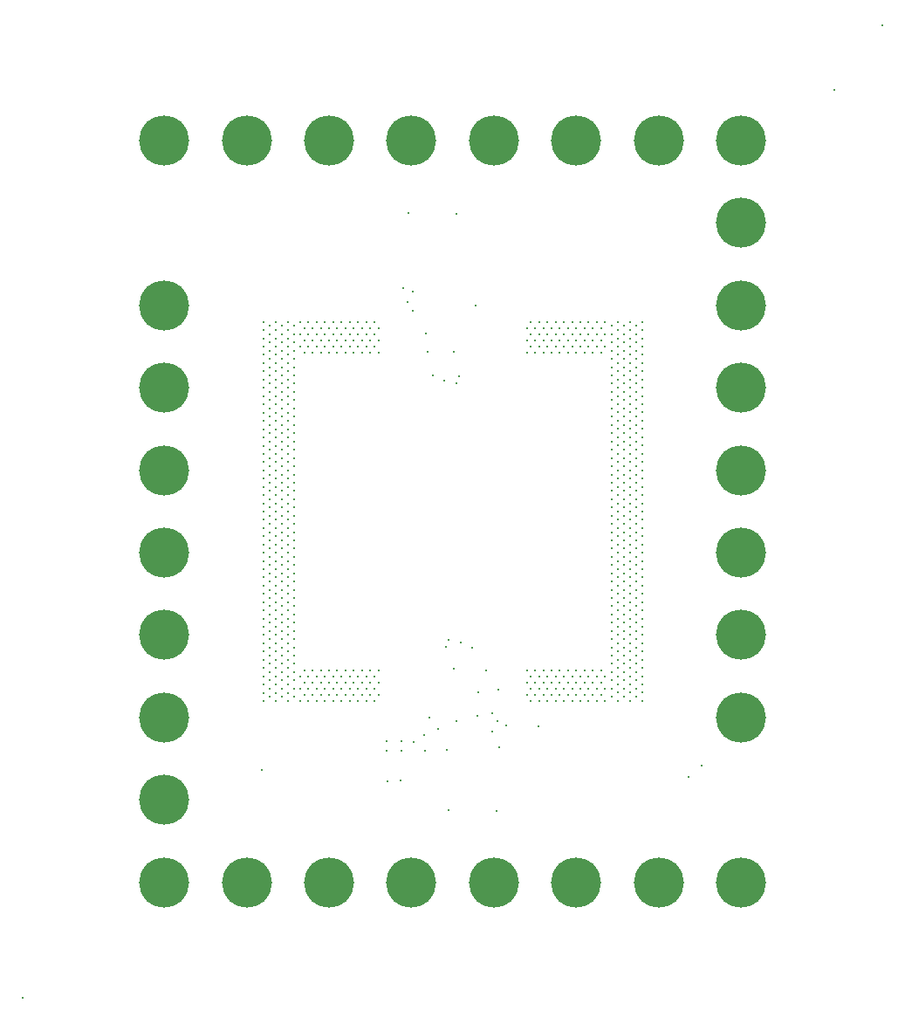
<source format=gbr>
%FSLAX23Y23*%
%MOIN*%
%SFA1B1*%

%IPPOS*%
%ADD71C,0.190950*%
%ADD72C,0.190950*%
%ADD73C,0.011810*%
%LNhumflex2_1_pth_drill-1*%
%LPD*%
G54D71*
X-905Y984D03*
X1299Y-590D03*
X-905Y1614D03*
X1299Y1299D03*
Y354D03*
Y39D03*
Y-275D03*
Y984D03*
Y669D03*
X-905Y-1220D03*
Y-905D03*
Y-590D03*
Y-275D03*
Y39D03*
Y354D03*
Y669D03*
G54D72*
X1299Y-1220D03*
X354D03*
X39D03*
X-590D03*
X-275D03*
X984D03*
X669D03*
X1299Y1614D03*
X354D03*
X39D03*
X-590D03*
X-275D03*
X984D03*
X669D03*
G54D73*
X374Y-704D03*
X1149Y-775D03*
X291Y-582D03*
X-527Y-527D03*
Y-496D03*
X-503Y-511D03*
X-527Y-464D03*
X-503Y-480D03*
Y-448D03*
X-527Y-433D03*
Y-401D03*
X-503Y-417D03*
X-527Y-370D03*
X-503Y-385D03*
Y-354D03*
X-527Y-338D03*
Y-307D03*
X-503Y-322D03*
X-527Y-275D03*
X-503Y-291D03*
Y-259D03*
X-527Y-244D03*
Y-212D03*
X-503Y-228D03*
X-527Y-181D03*
X-503Y-196D03*
Y-165D03*
X-527Y-149D03*
Y-118D03*
X-503Y-133D03*
X-527Y-86D03*
X-503Y-102D03*
Y-70D03*
X-527Y-55D03*
Y-23D03*
X-503Y-39D03*
X-527Y7D03*
X-503Y-7D03*
Y23D03*
X-527Y39D03*
Y70D03*
X-503Y55D03*
X-527Y102D03*
X-503Y86D03*
Y118D03*
X-527Y133D03*
Y165D03*
X-503Y149D03*
X-527Y196D03*
X-503Y181D03*
Y212D03*
X-527Y228D03*
Y259D03*
X-503Y244D03*
X-527Y291D03*
X-503Y275D03*
Y307D03*
X-527Y322D03*
Y354D03*
X-503Y338D03*
X-527Y385D03*
X-503Y370D03*
Y401D03*
X-527Y417D03*
Y448D03*
X-503Y433D03*
X-527Y480D03*
X-503Y464D03*
Y496D03*
X-527Y511D03*
Y543D03*
X-503Y527D03*
X-527Y574D03*
X-503Y559D03*
Y590D03*
X-527Y606D03*
Y637D03*
X-503Y622D03*
X-527Y669D03*
X-503Y653D03*
Y685D03*
X-527Y700D03*
Y732D03*
X-503Y716D03*
X-527Y763D03*
X-503Y748D03*
Y779D03*
X-527Y795D03*
Y826D03*
X-503Y811D03*
X-527Y858D03*
X-503Y842D03*
Y874D03*
X-527Y889D03*
Y921D03*
X-503Y905D03*
X-480Y-527D03*
Y-496D03*
X-456Y-511D03*
X-480Y-464D03*
X-456Y-480D03*
Y-448D03*
X-480Y-433D03*
Y-401D03*
X-456Y-417D03*
X-480Y-370D03*
X-456Y-385D03*
Y-354D03*
X-480Y-338D03*
Y-307D03*
X-456Y-322D03*
X-480Y-275D03*
X-456Y-291D03*
Y-259D03*
X-480Y-244D03*
Y-212D03*
X-456Y-228D03*
X-480Y-181D03*
X-456Y-196D03*
Y-165D03*
X-480Y-149D03*
Y-118D03*
X-456Y-133D03*
X-480Y-86D03*
X-456Y-102D03*
Y-70D03*
X-480Y-55D03*
Y-23D03*
X-456Y-39D03*
X-480Y7D03*
X-456Y-7D03*
Y23D03*
X-480Y39D03*
Y70D03*
X-456Y55D03*
X-480Y102D03*
X-456Y86D03*
Y118D03*
X-480Y133D03*
Y165D03*
X-456Y149D03*
X-480Y196D03*
X-456Y181D03*
Y212D03*
X-480Y228D03*
Y259D03*
X-456Y244D03*
X-480Y291D03*
X-456Y275D03*
Y307D03*
X-480Y322D03*
Y354D03*
X-456Y338D03*
X-480Y385D03*
X-456Y370D03*
Y401D03*
X-480Y417D03*
Y448D03*
X-456Y433D03*
X-480Y480D03*
X-456Y464D03*
Y496D03*
X-480Y511D03*
Y543D03*
X-456Y527D03*
X-480Y574D03*
X-456Y559D03*
Y590D03*
X-480Y606D03*
Y637D03*
X-456Y622D03*
X-480Y669D03*
X-456Y653D03*
Y685D03*
X-480Y700D03*
Y732D03*
X-456Y716D03*
X-480Y763D03*
X-456Y748D03*
Y779D03*
X-480Y795D03*
Y826D03*
X-456Y811D03*
X-480Y858D03*
X-456Y842D03*
Y874D03*
X-480Y889D03*
Y921D03*
X-456Y905D03*
X-433Y-527D03*
Y-496D03*
X-409Y-511D03*
X-433Y-464D03*
X-409Y-480D03*
Y-448D03*
X-433Y-433D03*
Y-401D03*
X-409Y-417D03*
X-433Y-370D03*
X-409Y-385D03*
Y-354D03*
X-433Y-338D03*
Y-307D03*
X-409Y-322D03*
X-433Y-275D03*
X-409Y-291D03*
Y-259D03*
X-433Y-244D03*
Y-212D03*
X-409Y-228D03*
X-433Y-181D03*
X-409Y-196D03*
Y-165D03*
X-433Y-149D03*
Y-118D03*
X-409Y-133D03*
X-433Y-86D03*
X-409Y-102D03*
Y-70D03*
X-433Y-55D03*
Y-23D03*
X-409Y-39D03*
X-433Y7D03*
X-409Y-7D03*
Y23D03*
X-433Y39D03*
Y70D03*
X-409Y55D03*
X-433Y102D03*
X-409Y86D03*
Y118D03*
X-433Y133D03*
Y165D03*
X-409Y149D03*
X-433Y196D03*
X-409Y181D03*
Y212D03*
X-433Y228D03*
Y259D03*
X-409Y244D03*
X-433Y291D03*
X-409Y275D03*
Y307D03*
X-433Y322D03*
Y354D03*
X-409Y338D03*
X-433Y385D03*
X-409Y370D03*
Y401D03*
X-433Y417D03*
Y448D03*
X-409Y433D03*
X-433Y480D03*
X-409Y464D03*
Y496D03*
X-433Y511D03*
Y543D03*
X-409Y527D03*
X-433Y574D03*
X-409Y559D03*
Y590D03*
X-433Y606D03*
Y637D03*
X-409Y622D03*
X-433Y669D03*
X-409Y653D03*
Y685D03*
X-433Y700D03*
Y732D03*
X-409Y716D03*
X-433Y763D03*
X-409Y748D03*
Y779D03*
X-433Y795D03*
Y826D03*
X-409Y811D03*
X-433Y858D03*
X-409Y842D03*
Y874D03*
X-433Y889D03*
Y921D03*
X-409Y905D03*
X921Y921D03*
Y889D03*
X898Y905D03*
X921Y858D03*
X898Y874D03*
Y842D03*
X921Y826D03*
Y795D03*
X898Y811D03*
X921Y764D03*
X898Y779D03*
Y748D03*
X921Y732D03*
Y701D03*
X898Y716D03*
X921Y669D03*
X898Y685D03*
Y653D03*
X921Y638D03*
Y606D03*
X898Y622D03*
X921Y575D03*
X898Y590D03*
Y559D03*
X921Y543D03*
Y512D03*
X898Y527D03*
X921Y480D03*
X898Y496D03*
Y464D03*
X921Y449D03*
Y417D03*
X898Y433D03*
X921Y386D03*
X898Y401D03*
Y370D03*
X921Y354D03*
Y323D03*
X898Y338D03*
X921Y291D03*
X898Y307D03*
Y275D03*
X921Y260D03*
Y228D03*
X898Y244D03*
X921Y197D03*
X898Y212D03*
Y181D03*
X921Y165D03*
Y134D03*
X898Y149D03*
X921Y102D03*
X898Y118D03*
Y86D03*
X921Y71D03*
Y39D03*
X898Y55D03*
X921Y8D03*
X898Y23D03*
Y-7D03*
X921Y-23D03*
Y-54D03*
X898Y-39D03*
X921Y-86D03*
X898Y-70D03*
Y-102D03*
X921Y-117D03*
Y-149D03*
X898Y-133D03*
X921Y-180D03*
X898Y-165D03*
Y-196D03*
X921Y-212D03*
Y-243D03*
X898Y-228D03*
X921Y-275D03*
X898Y-259D03*
Y-291D03*
X921Y-306D03*
Y-338D03*
X898Y-322D03*
X921Y-369D03*
X898Y-354D03*
Y-385D03*
X921Y-401D03*
Y-432D03*
X898Y-417D03*
X921Y-464D03*
X898Y-448D03*
Y-480D03*
X921Y-495D03*
Y-527D03*
X898Y-511D03*
X874Y921D03*
Y889D03*
X850Y905D03*
X874Y858D03*
X850Y874D03*
Y842D03*
X874Y826D03*
Y795D03*
X850Y811D03*
X874Y764D03*
X850Y779D03*
Y748D03*
X874Y732D03*
Y701D03*
X850Y716D03*
X874Y669D03*
X850Y685D03*
Y653D03*
X874Y638D03*
Y606D03*
X850Y622D03*
X874Y575D03*
X850Y590D03*
Y559D03*
X874Y543D03*
Y512D03*
X850Y527D03*
X874Y480D03*
X850Y496D03*
Y464D03*
X874Y449D03*
Y417D03*
X850Y433D03*
X874Y386D03*
X850Y401D03*
Y370D03*
X874Y354D03*
Y323D03*
X850Y338D03*
X874Y291D03*
X850Y307D03*
Y275D03*
X874Y260D03*
Y228D03*
X850Y244D03*
X874Y197D03*
X850Y212D03*
Y181D03*
X874Y165D03*
Y134D03*
X850Y149D03*
X874Y102D03*
X850Y118D03*
Y86D03*
X874Y71D03*
Y39D03*
X850Y55D03*
X874Y8D03*
X850Y23D03*
Y-7D03*
X874Y-23D03*
Y-54D03*
X850Y-39D03*
X874Y-86D03*
X850Y-70D03*
Y-102D03*
X874Y-117D03*
Y-149D03*
X850Y-133D03*
X874Y-180D03*
X850Y-165D03*
Y-196D03*
X874Y-212D03*
Y-243D03*
X850Y-228D03*
X874Y-275D03*
X850Y-259D03*
Y-291D03*
X874Y-306D03*
Y-338D03*
X850Y-322D03*
X874Y-369D03*
X850Y-354D03*
Y-385D03*
X874Y-401D03*
Y-432D03*
X850Y-417D03*
X874Y-464D03*
X850Y-448D03*
Y-480D03*
X874Y-495D03*
Y-527D03*
X850Y-511D03*
X827Y921D03*
Y889D03*
X803Y905D03*
X827Y858D03*
X803Y874D03*
Y842D03*
X827Y826D03*
Y795D03*
X803Y811D03*
X827Y764D03*
X803Y779D03*
Y748D03*
X827Y732D03*
Y701D03*
X803Y716D03*
X827Y669D03*
X803Y685D03*
Y653D03*
X827Y638D03*
Y606D03*
X803Y622D03*
X827Y575D03*
X803Y590D03*
Y559D03*
X827Y543D03*
Y512D03*
X803Y527D03*
X827Y480D03*
X803Y496D03*
Y464D03*
X827Y449D03*
Y417D03*
X803Y433D03*
X827Y386D03*
X803Y401D03*
Y370D03*
X827Y354D03*
Y323D03*
X803Y338D03*
X827Y291D03*
X803Y307D03*
Y275D03*
X827Y260D03*
Y228D03*
X803Y244D03*
X827Y197D03*
X803Y212D03*
Y181D03*
X827Y165D03*
Y134D03*
X803Y149D03*
X827Y102D03*
X803Y118D03*
Y86D03*
X827Y71D03*
Y39D03*
X803Y55D03*
X827Y8D03*
X803Y23D03*
Y-7D03*
X827Y-23D03*
Y-54D03*
X803Y-39D03*
X827Y-86D03*
X803Y-70D03*
Y-102D03*
X827Y-117D03*
Y-149D03*
X803Y-133D03*
X827Y-180D03*
X803Y-165D03*
Y-196D03*
X827Y-212D03*
Y-243D03*
X803Y-228D03*
X827Y-275D03*
X803Y-259D03*
Y-291D03*
X827Y-306D03*
Y-338D03*
X803Y-322D03*
X827Y-369D03*
X803Y-354D03*
Y-385D03*
X827Y-401D03*
Y-432D03*
X803Y-417D03*
X827Y-464D03*
X803Y-448D03*
Y-480D03*
X827Y-495D03*
Y-527D03*
X803Y-511D03*
X-370Y-409D03*
X-385Y-433D03*
X-354D03*
X-338Y-409D03*
X-307D03*
X-322Y-433D03*
X-275Y-409D03*
X-291Y-433D03*
X-259D03*
X-244Y-409D03*
X-212D03*
X-228Y-433D03*
X-181Y-409D03*
X-196Y-433D03*
X-165D03*
X-149Y-409D03*
X-118D03*
X-133Y-433D03*
X-86Y-409D03*
X-102Y-433D03*
X480Y-409D03*
X496Y-433D03*
X511Y-409D03*
X543D03*
X527Y-433D03*
X574Y-409D03*
X559Y-433D03*
X590D03*
X606Y-409D03*
X637D03*
X622Y-433D03*
X669Y-409D03*
X653Y-433D03*
X685D03*
X700Y-409D03*
X732D03*
X716Y-433D03*
X763Y-409D03*
X748Y-433D03*
X779D03*
X-370Y-456D03*
X-385Y-480D03*
X-354D03*
X-338Y-456D03*
X-307D03*
X-322Y-480D03*
X-275Y-456D03*
X-291Y-480D03*
X-259D03*
X-244Y-456D03*
X-212D03*
X-228Y-480D03*
X-181Y-456D03*
X-196Y-480D03*
X-165D03*
X-149Y-456D03*
X-118D03*
X-133Y-480D03*
X-86Y-456D03*
X-102Y-480D03*
X480Y-456D03*
X496Y-480D03*
X511Y-456D03*
X543D03*
X527Y-480D03*
X574Y-456D03*
X559Y-480D03*
X590D03*
X606Y-456D03*
X637D03*
X622Y-480D03*
X669Y-456D03*
X653Y-480D03*
X685D03*
X700Y-456D03*
X732D03*
X716Y-480D03*
X763Y-456D03*
X748Y-480D03*
X779D03*
X-370Y-503D03*
X-385Y-527D03*
X-354D03*
X-338Y-503D03*
X-307D03*
X-322Y-527D03*
X-275Y-503D03*
X-291Y-527D03*
X-259D03*
X-244Y-503D03*
X-212D03*
X-228Y-527D03*
X-181Y-503D03*
X-196Y-527D03*
X-165D03*
X-149Y-503D03*
X-118D03*
X-133Y-527D03*
X-86Y-503D03*
X-102Y-527D03*
X480Y-503D03*
X496Y-527D03*
X511Y-503D03*
X543D03*
X527Y-527D03*
X574Y-503D03*
X559Y-527D03*
X590D03*
X606Y-503D03*
X637D03*
X622Y-527D03*
X669Y-503D03*
X653Y-527D03*
X685D03*
X700Y-503D03*
X732D03*
X716Y-527D03*
X763Y-503D03*
X748Y-527D03*
X779D03*
X763Y803D03*
X779Y826D03*
X748D03*
X732Y803D03*
X700D03*
X716Y826D03*
X669Y803D03*
X685Y826D03*
X653D03*
X637Y803D03*
X606D03*
X622Y826D03*
X574Y803D03*
X590Y826D03*
X559D03*
X543Y803D03*
X511D03*
X527Y826D03*
X480Y803D03*
X496Y826D03*
X-86Y803D03*
X-102Y826D03*
X-118Y803D03*
X-149D03*
X-133Y826D03*
X-181Y803D03*
X-165Y826D03*
X-196D03*
X-212Y803D03*
X-244D03*
X-228Y826D03*
X-275Y803D03*
X-259Y826D03*
X-291D03*
X-307Y803D03*
X-338D03*
X-322Y826D03*
X-370Y803D03*
X-354Y826D03*
X-385D03*
X763Y850D03*
X779Y874D03*
X748D03*
X732Y850D03*
X700D03*
X716Y874D03*
X669Y850D03*
X685Y874D03*
X653D03*
X637Y850D03*
X606D03*
X622Y874D03*
X574Y850D03*
X590Y874D03*
X559D03*
X543Y850D03*
X511D03*
X527Y874D03*
X480Y850D03*
X496Y874D03*
X-86Y850D03*
X-102Y874D03*
X-118Y850D03*
X-149D03*
X-133Y874D03*
X-181Y850D03*
X-165Y874D03*
X-196D03*
X-212Y850D03*
X-244D03*
X-228Y874D03*
X-275Y850D03*
X-259Y874D03*
X-291D03*
X-307Y850D03*
X-338D03*
X-322Y874D03*
X-370Y850D03*
X-354Y874D03*
X-385D03*
X763Y897D03*
X779Y921D03*
X748D03*
X732Y897D03*
X700D03*
X716Y921D03*
X669Y897D03*
X685Y921D03*
X653D03*
X637Y897D03*
X606D03*
X622Y921D03*
X574Y897D03*
X590Y921D03*
X559D03*
X543Y897D03*
X511D03*
X527Y921D03*
X480Y897D03*
X496Y921D03*
X-86Y897D03*
X-102Y921D03*
X-118Y897D03*
X-149D03*
X-133Y921D03*
X-181Y897D03*
X-165Y921D03*
X-196D03*
X-212Y897D03*
X-244D03*
X-228Y921D03*
X-275Y897D03*
X-259Y921D03*
X-291D03*
X-307Y897D03*
X-338D03*
X-322Y921D03*
X-370Y897D03*
X-354Y921D03*
X-385D03*
X-1444Y-1661D03*
X165Y697D03*
X43Y1035D03*
X7Y1051D03*
X23Y996D03*
X94Y877D03*
X122Y716D03*
X102Y807D03*
X283Y984D03*
X27Y1338D03*
X212Y1334D03*
X220Y712D03*
X43Y964D03*
X212Y686D03*
X200Y807D03*
X1837Y2053D03*
X180Y-294D03*
X349Y-572D03*
X172Y-320D03*
X180Y-942D03*
X365Y-946D03*
X109Y-591D03*
X370Y-484D03*
X227Y-305D03*
X202Y-403D03*
X400Y-619D03*
X523Y-625D03*
X270Y-324D03*
X326Y-410D03*
X368Y-603D03*
X296Y-492D03*
X-55Y-716D03*
X0D03*
X175Y-712D03*
X92Y-718D03*
X-56Y-681D03*
X0D03*
X49Y-682D03*
X87Y-657D03*
X210Y-605D03*
X142Y-632D03*
X-3Y-831D03*
X-52Y-832D03*
X-531Y-790D03*
X1097Y-818D03*
X1654Y1807D03*
X349Y-643D03*
M02*
</source>
